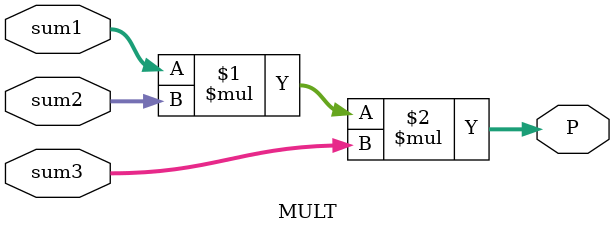
<source format=v>
module MULT (
	input wire [8:0] sum1,
	input wire [8:0] sum2,
	input wire [8:0] sum3,
	output wire [26:0] P
);

assign P = sum1 * sum2 * sum3;

endmodule
</source>
